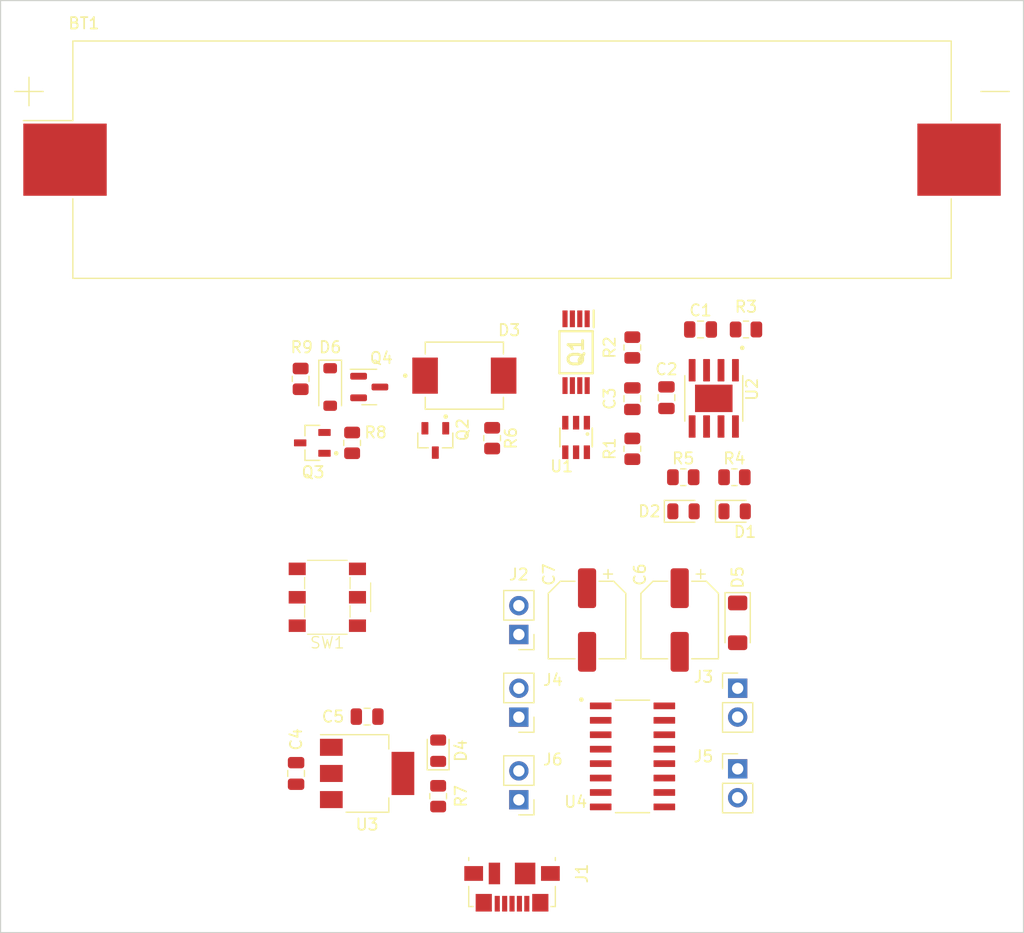
<source format=kicad_pcb>
(kicad_pcb (version 20221018) (generator pcbnew)
  (layers (0 "F.Cu" signal) (31 "B.Cu" signal) (34 "B.Paste" user) (35 "F.Paste" user) (36 "B.SilkS" user "B.Silkscreen") (37 "F.SilkS" user "F.Silkscreen") (38 "B.Mask" user) (39 "F.Mask" user) (44 "Edge.Cuts" user))
  (net 0 "")
  (net 1 "+BATT")
  (net 2 "-BATT")
  (net 3 "VBUS")
  (net 4 "GND")
  (net 5 "Net-(U1-VCC)")
  (net 6 "/Power/Vin")
  (net 7 "+3V3")
  (net 8 "Net-(D1-K)")
  (net 9 "Net-(D2-K)")
  (net 10 "Net-(D4-K)")
  (net 11 "Net-(SW1-B)")
  (net 15 "/Motores/OUT_A1")
  (net 16 "/Motores/OUT_B1")
  (net 17 "/Motores/IN_B1")
  (net 18 "/Motores/IN_A1")
  (net 19 "/Motores/OUT_A2")
  (net 20 "/Motores/OUT_B2")
  (net 21 "/Motores/IN_B2")
  (net 22 "/Motores/IN_A2")
  (net 23 "Net-(Q1-D12_1)")
  (net 24 "Net-(Q1-G1)")
  (net 25 "Net-(Q1-G2)")
  (net 26 "Net-(U1-CS)")
  (net 27 "Net-(U2-PROG)")
  (net 28 "Net-(U2-~{CHRG})")
  (net 29 "Net-(U2-~{STDBY})")
  (net 32 "Net-(BT1-+)")
  (net 33 "Net-(D6-K)")
  (net 34 "Net-(Q4-C)")
  (footprint "LED_SMD:LED_0805_2012Metric" (layer "F.Cu") (at 137.5 135 90)
    (fp_text reference "D4" (at 0 2 90) (layer "F.SilkS"))
    (fp_text value "LED RED")
    (fp_line (start -1.685 -0.96) (end -1.685 0.96) (stroke (width 0.12)) (layer "F.SilkS"))
    (fp_line (start -1.685 0.96) (end 1 0.96) (stroke (width 0.12)) (layer "F.SilkS"))
    (fp_line (start 1 -0.96) (end -1.685 -0.96) (stroke (width 0.12)) (layer "F.SilkS"))
    (pad "1" smd roundrect (at -0.9375 0 90) (size 0.975 1.4) (layers "F.Cu" "F.Paste" "F.Mask") (net 10 "Net-(D4-K)"))
    (pad "2" smd roundrect (at 0.9375 0 90) (size 0.975 1.4) (layers "F.Cu" "F.Paste" "F.Mask") (net 7 "+3V3"))
  )
  (footprint "Connector_PinHeader_2.54mm:PinHeader_1x02_P2.54mm_Vertical" (layer "F.Cu") (at 144.6 124.775 180)
    (fp_text reference "J2" (at 0 5.275) (layer "F.SilkS"))
    (fp_text value "Conn_01x02")
    (fp_line (start -1.33 -1.33) (end 0 -1.33) (stroke (width 0.12)) (layer "F.SilkS"))
    (fp_line (start -1.33 0) (end -1.33 -1.33) (stroke (width 0.12)) (layer "F.SilkS"))
    (fp_line (start -1.33 1.27) (end -1.33 3.87) (stroke (width 0.12)) (layer "F.SilkS"))
    (fp_line (start -1.33 1.27) (end 1.33 1.27) (stroke (width 0.12)) (layer "F.SilkS"))
    (fp_line (start -1.33 3.87) (end 1.33 3.87) (stroke (width 0.12)) (layer "F.SilkS"))
    (fp_line (start 1.33 1.27) (end 1.33 3.87) (stroke (width 0.12)) (layer "F.SilkS"))
    (pad "1" thru_hole rect (at 0 0 180) (size 1.7 1.7) (drill 1) (layers "*.Cu" "*.Mask") (net 4 "GND"))
    (pad "2" thru_hole oval (at 0 2.54 180) (size 1.7 1.7) (drill 1) (layers "*.Cu" "*.Mask") (net 7 "+3V3"))
  )
  (footprint "Footprint_lib_user:DW01A" (layer "F.Cu") (at 149.635 107.438 180)
    (fp_text reference "U1" (at 1.27 -2.54) (layer "F.SilkS"))
    (fp_text value "DW01A")
    (fp_line (start -1.422 0.81) (end -1.422 -0.81) (stroke (width 0.1524)) (layer "F.SilkS"))
    (fp_line (start 1.422 -0.81) (end 1.422 0.81) (stroke (width 0.1524)) (layer "F.SilkS"))
    (fp_circle (center -1 0.3) (end -0.9 0.3) (stroke (width 0.127)) (fill none) (layer "F.SilkS"))
    (pad "1" smd rect (at -0.95 1.3 180) (size 0.55 1.2) (layers "F.Cu" "F.Paste" "F.Mask") (net 24 "Net-(Q1-G1)"))
    (pad "2" smd rect (at 0 1.3 180) (size 0.55 1.2) (layers "F.Cu" "F.Paste" "F.Mask") (net 26 "Net-(U1-CS)"))
    (pad "3" smd rect (at 0.95 1.3 180) (size 0.55 1.2) (layers "F.Cu" "F.Paste" "F.Mask") (net 25 "Net-(Q1-G2)"))
    (pad "4" smd rect (at 0.95 -1.3 180) (size 0.55 1.2) (layers "F.Cu" "F.Paste" "F.Mask"))
    (pad "5" smd rect (at 0 -1.3 180) (size 0.55 1.2) (layers "F.Cu" "F.Paste" "F.Mask") (net 5 "Net-(U1-VCC)"))
    (pad "6" smd rect (at -0.95 -1.3 180) (size 0.55 1.2) (layers "F.Cu" "F.Paste" "F.Mask") (net 2 "-BATT"))
  )
  (footprint "Resistor_SMD:R_0805_2012Metric" (layer "F.Cu") (at 154.585 108.438 90)
    (fp_text reference "R1" (at 0 -2 90) (layer "F.SilkS"))
    (fp_text value "100")
    (fp_line (start -0.227064 -0.735) (end 0.227064 -0.735) (stroke (width 0.12)) (layer "F.SilkS"))
    (fp_line (start -0.227064 0.735) (end 0.227064 0.735) (stroke (width 0.12)) (layer "F.SilkS"))
    (pad "1" smd roundrect (at -0.9125 0 90) (size 1.025 1.4) (layers "F.Cu" "F.Paste" "F.Mask") (roundrect_rratio 0.243902) (net 1 "+BATT"))
    (pad "2" smd roundrect (at 0.9125 0 90) (size 1.025 1.4) (layers "F.Cu" "F.Paste" "F.Mask") (roundrect_rratio 0.243902) (net 5 "Net-(U1-VCC)"))
  )
  (footprint "Resistor_SMD:R_0805_2012Metric" (layer "F.Cu") (at 164.585 97.938 180)
    (fp_text reference "R3" (at 0 2) (layer "F.SilkS"))
    (fp_text value "1.2K")
    (fp_line (start -0.227064 -0.735) (end 0.227064 -0.735) (stroke (width 0.12)) (layer "F.SilkS"))
    (fp_line (start -0.227064 0.735) (end 0.227064 0.735) (stroke (width 0.12)) (layer "F.SilkS"))
    (pad "1" smd roundrect (at -0.9125 0 180) (size 1.025 1.4) (layers "F.Cu" "F.Paste" "F.Mask") (roundrect_rratio 0.243902) (net 4 "GND"))
    (pad "2" smd roundrect (at 0.9125 0 180) (size 1.025 1.4) (layers "F.Cu" "F.Paste" "F.Mask") (roundrect_rratio 0.243902) (net 27 "Net-(U2-PROG)"))
  )
  (footprint "Capacitor_SMD:C_0805_2012Metric" (layer "F.Cu") (at 157.585 103.938 90)
    (fp_text reference "C2" (at 2.5 0) (layer "F.SilkS"))
    (fp_text value "10uF")
    (fp_line (start -0.261252 -0.735) (end 0.261252 -0.735) (stroke (width 0.12)) (layer "F.SilkS"))
    (fp_line (start -0.261252 0.735) (end 0.261252 0.735) (stroke (width 0.12)) (layer "F.SilkS"))
    (pad "1" smd roundrect (at -0.95 0 90) (size 1 1.45) (layers "F.Cu" "F.Paste" "F.Mask") (net 1 "+BATT"))
    (pad "2" smd roundrect (at 0.95 0 90) (size 1 1.45) (layers "F.Cu" "F.Paste" "F.Mask") (net 4 "GND"))
  )
  (footprint "Resistor_SMD:R_0805_2012Metric" (layer "F.Cu") (at 137.5 139 -90)
    (fp_text reference "R7" (at 0 -2 90) (layer "F.SilkS"))
    (fp_text value "1K")
    (fp_line (start -0.227064 -0.735) (end 0.227064 -0.735) (stroke (width 0.12)) (layer "F.SilkS"))
    (fp_line (start -0.227064 0.735) (end 0.227064 0.735) (stroke (width 0.12)) (layer "F.SilkS"))
    (pad "1" smd roundrect (at -0.9125 0 270) (size 1.025 1.4) (layers "F.Cu" "F.Paste" "F.Mask") (roundrect_rratio 0.243902) (net 10 "Net-(D4-K)"))
    (pad "2" smd roundrect (at 0.9125 0 270) (size 1.025 1.4) (layers "F.Cu" "F.Paste" "F.Mask") (roundrect_rratio 0.243902) (net 4 "GND"))
  )
  (footprint "Diode_SMD:D_SOD-123" (layer "F.Cu") (at 128 103 -90)
    (fp_text reference "D6" (at -3.5 0) (layer "F.SilkS"))
    (fp_text value "1N4148W")
    (fp_line (start -2.36 -1) (end -2.36 1) (stroke (width 0.12)) (layer "F.SilkS"))
    (fp_line (start -2.36 -1) (end 1.65 -1) (stroke (width 0.12)) (layer "F.SilkS"))
    (fp_line (start -2.36 1) (end 1.65 1) (stroke (width 0.12)) (layer "F.SilkS"))
    (pad "1" smd roundrect (at -1.65 0 270) (size 0.9 1.2) (layers "F.Cu" "F.Paste" "F.Mask") (net 33 "Net-(D6-K)"))
    (pad "2" smd roundrect (at 1.65 0 270) (size 0.9 1.2) (layers "F.Cu" "F.Paste" "F.Mask") (net 2 "-BATT"))
  )
  (footprint "Resistor_SMD:R_0805_2012Metric" (layer "F.Cu") (at 159.065 110.938)
    (fp_text reference "R5" (at 0 -1.65) (layer "F.SilkS"))
    (fp_text value "1K")
    (fp_line (start -0.227064 -0.735) (end 0.227064 -0.735) (stroke (width 0.12)) (layer "F.SilkS"))
    (fp_line (start -0.227064 0.735) (end 0.227064 0.735) (stroke (width 0.12)) (layer "F.SilkS"))
    (pad "1" smd roundrect (at -0.9125 0) (size 1.025 1.4) (layers "F.Cu" "F.Paste" "F.Mask") (roundrect_rratio 0.243902) (net 29 "Net-(U2-~{STDBY})"))
    (pad "2" smd roundrect (at 0.9125 0) (size 1.025 1.4) (layers "F.Cu" "F.Paste" "F.Mask") (roundrect_rratio 0.243902) (net 9 "Net-(D2-K)"))
  )
  (footprint "Connector_PinHeader_2.54mm:PinHeader_1x02_P2.54mm_Vertical" (layer "F.Cu") (at 163.85 129.5)
    (fp_text reference "J3" (at -3 -1) (layer "F.SilkS"))
    (fp_text value "MOT_1")
    (fp_line (start -1.33 -1.33) (end 0 -1.33) (stroke (width 0.12)) (layer "F.SilkS"))
    (fp_line (start -1.33 0) (end -1.33 -1.33) (stroke (width 0.12)) (layer "F.SilkS"))
    (fp_line (start -1.33 1.27) (end -1.33 3.87) (stroke (width 0.12)) (layer "F.SilkS"))
    (fp_line (start -1.33 1.27) (end 1.33 1.27) (stroke (width 0.12)) (layer "F.SilkS"))
    (fp_line (start -1.33 3.87) (end 1.33 3.87) (stroke (width 0.12)) (layer "F.SilkS"))
    (fp_line (start 1.33 1.27) (end 1.33 3.87) (stroke (width 0.12)) (layer "F.SilkS"))
    (pad "1" thru_hole rect (at 0 0) (size 1.7 1.7) (drill 1) (layers "*.Cu" "*.Mask") (net 15 "/Motores/OUT_A1"))
    (pad "2" thru_hole oval (at 0 2.54) (size 1.7 1.7) (drill 1) (layers "*.Cu" "*.Mask") (net 16 "/Motores/OUT_B1"))
  )
  (footprint "Resistor_SMD:R_0805_2012Metric" (layer "F.Cu") (at 154.585 99.5255 90)
    (fp_text reference "R2" (at 0 -2 90) (layer "F.SilkS"))
    (fp_text value "1K")
    (fp_line (start -0.227064 -0.735) (end 0.227064 -0.735) (stroke (width 0.12)) (layer "F.SilkS"))
    (fp_line (start -0.227064 0.735) (end 0.227064 0.735) (stroke (width 0.12)) (layer "F.SilkS"))
    (pad "1" smd roundrect (at -0.9125 0 90) (size 1.025 1.4) (layers "F.Cu" "F.Paste" "F.Mask") (roundrect_rratio 0.243902) (net 26 "Net-(U1-CS)"))
    (pad "2" smd roundrect (at 0.9125 0 90) (size 1.025 1.4) (layers "F.Cu" "F.Paste" "F.Mask") (roundrect_rratio 0.243902) (net 4 "GND"))
  )
  (footprint "LED_SMD:LED_0805_2012Metric" (layer "F.Cu") (at 159.085 113.938)
    (fp_text reference "D2" (at -3 0) (layer "F.SilkS"))
    (fp_text value "LED GREEN")
    (fp_line (start -1.685 -0.96) (end -1.685 0.96) (stroke (width 0.12)) (layer "F.SilkS"))
    (fp_line (start -1.685 0.96) (end 1 0.96) (stroke (width 0.12)) (layer "F.SilkS"))
    (fp_line (start 1 -0.96) (end -1.685 -0.96) (stroke (width 0.12)) (layer "F.SilkS"))
    (pad "1" smd roundrect (at -0.9375 0) (size 0.975 1.4) (layers "F.Cu" "F.Paste" "F.Mask") (net 9 "Net-(D2-K)"))
    (pad "2" smd roundrect (at 0.9375 0) (size 0.975 1.4) (layers "F.Cu" "F.Paste" "F.Mask") (net 3 "VBUS"))
  )
  (footprint "Diode_SMD:D_MiniMELF" (layer "F.Cu") (at 163.85 123.75 -90)
    (fp_text reference "D5" (at -4 0 90) (layer "F.SilkS"))
    (fp_text value "BZV55B5V1")
    (fp_line (start -2.66 -1.11) (end -2.66 1.11) (stroke (width 0.12)) (layer "F.SilkS"))
    (fp_line (start -2.66 1.11) (end 1.75 1.11) (stroke (width 0.12)) (layer "F.SilkS"))
    (fp_line (start 1.75 -1.11) (end -2.66 -1.11) (stroke (width 0.12)) (layer "F.SilkS"))
    (pad "1" smd roundrect (at -1.75 0 270) (size 1.3 1.7) (layers "F.Cu" "F.Paste" "F.Mask") (roundrect_rratio 0.1923076923) (net 7 "+3V3"))
    (pad "2" smd roundrect (at 1.75 0 270) (size 1.3 1.7) (layers "F.Cu" "F.Paste" "F.Mask") (roundrect_rratio 0.1923076923) (net 4 "GND"))
  )
  (footprint "Capacitor_SMD:C_0805_2012Metric" (layer "F.Cu") (at 154.585 104.0255 -90)
    (fp_text reference "C3" (at 0 2 90) (layer "F.SilkS"))
    (fp_text value "100nF")
    (fp_line (start -0.261252 -0.735) (end 0.261252 -0.735) (stroke (width 0.12)) (layer "F.SilkS"))
    (fp_line (start -0.261252 0.735) (end 0.261252 0.735) (stroke (width 0.12)) (layer "F.SilkS"))
    (pad "1" smd roundrect (at -0.95 0 270) (size 1 1.45) (layers "F.Cu" "F.Paste" "F.Mask") (net 5 "Net-(U1-VCC)"))
    (pad "2" smd roundrect (at 0.95 0 270) (size 1 1.45) (layers "F.Cu" "F.Paste" "F.Mask") (net 2 "-BATT"))
  )
  (footprint "Connector_PinHeader_2.54mm:PinHeader_1x02_P2.54mm_Vertical" (layer "F.Cu") (at 144.6 139.315 180)
    (fp_text reference "J6" (at -3 3.54) (layer "F.SilkS"))
    (fp_text value "H2")
    (fp_line (start -1.33 -1.33) (end 0 -1.33) (stroke (width 0.12)) (layer "F.SilkS"))
    (fp_line (start -1.33 0) (end -1.33 -1.33) (stroke (width 0.12)) (layer "F.SilkS"))
    (fp_line (start -1.33 1.27) (end -1.33 3.87) (stroke (width 0.12)) (layer "F.SilkS"))
    (fp_line (start -1.33 1.27) (end 1.33 1.27) (stroke (width 0.12)) (layer "F.SilkS"))
    (fp_line (start -1.33 3.87) (end 1.33 3.87) (stroke (width 0.12)) (layer "F.SilkS"))
    (fp_line (start 1.33 1.27) (end 1.33 3.87) (stroke (width 0.12)) (layer "F.SilkS"))
    (pad "1" thru_hole rect (at 0 0 180) (size 1.7 1.7) (drill 1) (layers "*.Cu" "*.Mask") (net 21 "/Motores/IN_B2"))
    (pad "2" thru_hole oval (at 0 2.54 180) (size 1.7 1.7) (drill 1) (layers "*.Cu" "*.Mask") (net 22 "/Motores/IN_A2"))
  )
  (footprint "Connector_PinHeader_2.54mm:PinHeader_1x02_P2.54mm_Vertical" (layer "F.Cu") (at 144.6 132.045 180)
    (fp_text reference "J4" (at -3 3.27) (layer "F.SilkS"))
    (fp_text value "H1")
    (fp_line (start -1.33 -1.33) (end 0 -1.33) (stroke (width 0.12)) (layer "F.SilkS"))
    (fp_line (start -1.33 0) (end -1.33 -1.33) (stroke (width 0.12)) (layer "F.SilkS"))
    (fp_line (start -1.33 1.27) (end -1.33 3.87) (stroke (width 0.12)) (layer "F.SilkS"))
    (fp_line (start -1.33 1.27) (end 1.33 1.27) (stroke (width 0.12)) (layer "F.SilkS"))
    (fp_line (start -1.33 3.87) (end 1.33 3.87) (stroke (width 0.12)) (layer "F.SilkS"))
    (fp_line (start 1.33 1.27) (end 1.33 3.87) (stroke (width 0.12)) (layer "F.SilkS"))
    (pad "1" thru_hole rect (at 0 0 180) (size 1.7 1.7) (drill 1) (layers "*.Cu" "*.Mask") (net 17 "/Motores/IN_B1"))
    (pad "2" thru_hole oval (at 0 2.54 180) (size 1.7 1.7) (drill 1) (layers "*.Cu" "*.Mask") (net 18 "/Motores/IN_A1"))
  )
  (footprint "Resistor_SMD:R_0805_2012Metric" (layer "F.Cu") (at 129.93 107.915 -90)
    (fp_text reference "R8" (at -0.915 -2.07) (layer "F.SilkS"))
    (fp_text value "10K")
    (fp_line (start -0.227064 -0.735) (end 0.227064 -0.735) (stroke (width 0.12)) (layer "F.SilkS"))
    (fp_line (start -0.227064 0.735) (end 0.227064 0.735) (stroke (width 0.12)) (layer "F.SilkS"))
    (pad "1" smd roundrect (at -0.9125 0 270) (size 1.025 1.4) (layers "F.Cu" "F.Paste" "F.Mask") (roundrect_rratio 0.243902) (net 1 "+BATT"))
    (pad "2" smd roundrect (at 0.9125 0 270) (size 1.025 1.4) (layers "F.Cu" "F.Paste" "F.Mask") (roundrect_rratio 0.243902) (net 34 "Net-(Q4-C)"))
  )
  (footprint "Footprint_lib_user:DMP1045U" (layer "F.Cu") (at 137.25 107.7 -90)
    (fp_text reference "Q2" (at -0.95 -2.4064 90) (layer "F.SilkS"))
    (fp_text value "DMP1045U")
    (fp_line (start -0.65 -1.54) (end 0.65 -1.54) (stroke (width 0.127)) (layer "F.SilkS"))
    (fp_line (start -0.65 1.54) (end 0.65 1.54) (stroke (width 0.127)) (layer "F.SilkS"))
    (fp_line (start 0.65 -1.54) (end 0.65 -0.625) (stroke (width 0.127)) (layer "F.SilkS"))
    (fp_line (start 0.65 1.54) (end 0.65 0.625) (stroke (width 0.127)) (layer "F.SilkS"))
    (fp_circle (center -2.1 -0.915) (end -2 -0.915) (stroke (width 0.2)) (fill none) (layer "F.SilkS"))
    (pad "1" smd roundrect (at -1.07 -0.915 270) (size 1.09 0.61) (layers "F.Cu" "F.Paste" "F.Mask") (roundrect_rratio 0.08) (net 3 "VBUS"))
    (pad "2" smd roundrect (at -1.07 0.915 270) (size 1.09 0.61) (layers "F.Cu" "F.Paste" "F.Mask") (roundrect_rratio 0.08) (net 11 "Net-(SW1-B)"))
    (pad "3" smd roundrect (at 1.07 0 270) (size 1.09 0.61) (layers "F.Cu" "F.Paste" "F.Mask") (roundrect_rratio 0.08) (net 1 "+BATT"))
  )
  (footprint "Connector_USB:USB_Micro-B_Molex_47346-0001" (layer "F.Cu") (at 144 147 180)
    (fp_text reference "J1" (at -6.15 1.2 90) (layer "F.SilkS"))
    (fp_text value "USB_B_Micro")
    (fp_line (start -3.81 -1.71) (end -3.43 -1.71) (stroke (width 0.12)) (layer "F.SilkS"))
    (fp_line (start -3.81 0.06) (end -3.81 -1.71) (stroke (width 0.12)) (layer "F.SilkS"))
    (fp_line (start -3.81 2.6) (end -3.81 2.34) (stroke (width 0.12)) (layer "F.SilkS"))
    (fp_line (start 3.81 -1.71) (end 3.43 -1.71) (stroke (width 0.12)) (layer "F.SilkS"))
    (fp_line (start 3.81 -1.71) (end 3.81 0.06) (stroke (width 0.12)) (layer "F.SilkS"))
    (fp_line (start 3.81 2.34) (end 3.81 2.6) (stroke (width 0.12)) (layer "F.SilkS"))
    (pad "1" smd rect (at -1.3 -1.46 180) (size 0.45 1.38) (layers "F.Cu" "F.Paste" "F.Mask") (net 3 "VBUS"))
    (pad "2" smd rect (at -0.65 -1.46 180) (size 0.45 1.38) (layers "F.Cu" "F.Paste" "F.Mask"))
    (pad "3" smd rect (at 0 -1.46 180) (size 0.45 1.38) (layers "F.Cu" "F.Paste" "F.Mask"))
    (pad "4" smd rect (at 0.65 -1.46 180) (size 0.45 1.38) (layers "F.Cu" "F.Paste" "F.Mask"))
    (pad "5" smd rect (at 1.3 -1.46 180) (size 0.45 1.38) (layers "F.Cu" "F.Paste" "F.Mask") (net 4 "GND"))
    (pad "6" smd rect (at -3.375 1.2 180) (size 1.65 1.3) (layers "F.Cu" "F.Paste" "F.Mask") (net 4 "GND"))
    (pad "6" smd rect (at -2.4875 -1.375 180) (size 1.425 1.55) (layers "F.Cu" "F.Paste" "F.Mask") (net 4 "GND"))
    (pad "6" smd rect (at -1.15 1.2 180) (size 1.8 1.9) (layers "F.Cu" "F.Paste" "F.Mask") (net 4 "GND"))
    (pad "6" smd rect (at 1.55 1.2 180) (size 1 1.9) (layers "F.Cu" "F.Paste" "F.Mask") (net 4 "GND"))
    (pad "6" smd rect (at 2.4875 -1.375 180) (size 1.425 1.55) (layers "F.Cu" "F.Paste" "F.Mask") (net 4 "GND"))
    (pad "6" smd rect (at 3.375 1.2 180) (size 1.65 1.3) (layers "F.Cu" "F.Paste" "F.Mask") (net 4 "GND"))
  )
  (footprint "Capacitor_SMD:CP_Elec_6.3x5.9" (layer "F.Cu") (at 150.6 123.5 -90)
    (fp_text reference "C7" (at -4 3.35 90) (layer "F.SilkS"))
    (fp_text value "C_Pol")
    (fp_line (start -4.4375 -1.8475) (end -3.65 -1.8475) (stroke (width 0.12)) (layer "F.SilkS"))
    (fp_line (start -4.04375 -2.24125) (end -4.04375 -1.45375) (stroke (width 0.12)) (layer "F.SilkS"))
    (fp_line (start -3.41 -2.345563) (end -3.41 -1.06) (stroke (width 0.12)) (layer "F.SilkS"))
    (fp_line (start -3.41 -2.345563) (end -2.345563 -3.41) (stroke (width 0.12)) (layer "F.SilkS"))
    (fp_line (start -3.41 2.345563) (end -3.41 1.06) (stroke (width 0.12)) (layer "F.SilkS"))
    (fp_line (start -3.41 2.345563) (end -2.345563 3.41) (stroke (width 0.12)) (layer "F.SilkS"))
    (fp_line (start -2.345563 -3.41) (end 3.41 -3.41) (stroke (width 0.12)) (layer "F.SilkS"))
    (fp_line (start -2.345563 3.41) (end 3.41 3.41) (stroke (width 0.12)) (layer "F.SilkS"))
    (fp_line (start 3.41 -3.41) (end 3.41 -1.06) (stroke (width 0.12)) (layer "F.SilkS"))
    (fp_line (start 3.41 3.41) (end 3.41 1.06) (stroke (width 0.12)) (layer "F.SilkS"))
    (pad "1" smd roundrect (at -2.8 0 270) (size 3.5 1.6) (layers "F.Cu" "F.Paste" "F.Mask") (roundrect_rratio 0.15625) (net 7 "+3V3"))
    (pad "2" smd roundrect (at 2.8 0 270) (size 3.5 1.6) (layers "F.Cu" "F.Paste" "F.Mask") (roundrect_rratio 0.15625) (net 4 "GND"))
  )
  (footprint "Footprint_lib_user:MX1508" (layer "F.Cu") (at 154.6 135.5)
    (fp_text reference "U4" (at -5 4) (layer "F.SilkS"))
    (fp_text value "MX1508")
    (fp_line (start -1.5 -4.95) (end 1.5 -4.95) (stroke (width 0.127)) (layer "F.SilkS"))
    (fp_line (start -1.5 4.95) (end 1.5 4.95) (stroke (width 0.127)) (layer "F.SilkS"))
    (fp_circle (center -4.5 -5) (end -4.4 -5) (stroke (width 0.2)) (fill none) (layer "F.SilkS"))
    (pad "1" smd roundrect (at -2.8 -4.445) (size 1.9 0.59) (layers "F.Cu" "F.Paste" "F.Mask") (roundrect_rratio 0.07) (net 7 "+3V3"))
    (pad "2" smd roundrect (at -2.8 -3.175) (size 1.9 0.59) (layers "F.Cu" "F.Paste" "F.Mask") (roundrect_rratio 0.07) (net 18 "/Motores/IN_A1"))
    (pad "3" smd roundrect (at -2.8 -1.905) (size 1.9 0.59) (layers "F.Cu" "F.Paste" "F.Mask") (roundrect_rratio 0.07) (net 17 "/Motores/IN_B1"))
    (pad "4" smd roundrect (at -2.8 -0.635) (size 1.9 0.59) (layers "F.Cu" "F.Paste" "F.Mask") (roundrect_rratio 0.07) (net 7 "+3V3"))
    (pad "5" smd roundrect (at -2.8 0.635) (size 1.9 0.59) (layers "F.Cu" "F.Paste" "F.Mask") (roundrect_rratio 0.07) (net 7 "+3V3"))
    (pad "6" smd roundrect (at -2.8 1.905) (size 1.9 0.59) (layers "F.Cu" "F.Paste" "F.Mask") (roundrect_rratio 0.07) (net 22 "/Motores/IN_A2"))
    (pad "7" smd roundrect (at -2.8 3.175) (size 1.9 0.59) (layers "F.Cu" "F.Paste" "F.Mask") (roundrect_rratio 0.07) (net 21 "/Motores/IN_B2"))
    (pad "8" smd roundrect (at -2.8 4.445) (size 1.9 0.59) (layers "F.Cu" "F.Paste" "F.Mask") (roundrect_rratio 0.07) (net 7 "+3V3"))
    (pad "9" smd roundrect (at 2.8 4.445) (size 1.9 0.59) (layers "F.Cu" "F.Paste" "F.Mask") (roundrect_rratio 0.07) (net 20 "/Motores/OUT_B2"))
    (pad "10" smd roundrect (at 2.8 3.175) (size 1.9 0.59) (layers "F.Cu" "F.Paste" "F.Mask") (roundrect_rratio 0.07) (net 4 "GND"))
    (pad "11" smd roundrect (at 2.8 1.905) (size 1.9 0.59) (layers "F.Cu" "F.Paste" "F.Mask") (roundrect_rratio 0.07) (net 4 "GND"))
    (pad "12" smd roundrect (at 2.8 0.635) (size 1.9 0.59) (layers "F.Cu" "F.Paste" "F.Mask") (roundrect_rratio 0.07) (net 19 "/Motores/OUT_A2"))
    (pad "13" smd roundrect (at 2.8 -0.635) (size 1.9 0.59) (layers "F.Cu" "F.Paste" "F.Mask") (roundrect_rratio 0.07) (net 16 "/Motores/OUT_B1"))
    (pad "14" smd roundrect (at 2.8 -1.905) (size 1.9 0.59) (layers "F.Cu" "F.Paste" "F.Mask") (roundrect_rratio 0.07) (net 4 "GND"))
    (pad "15" smd roundrect (at 2.8 -3.175) (size 1.9 0.59) (layers "F.Cu" "F.Paste" "F.Mask") (roundrect_rratio 0.07) (net 4 "GND"))
    (pad "16" smd roundrect (at 2.8 -4.445) (size 1.9 0.59) (layers "F.Cu" "F.Paste" "F.Mask") (roundrect_rratio 0.07) (net 15 "/Motores/OUT_A1"))
  )
  (footprint "Capacitor_SMD:C_0805_2012Metric" (layer "F.Cu") (at 125 137 90)
    (fp_text reference "C4" (at 3 0 90) (layer "F.SilkS"))
    (fp_text value "10uF")
    (fp_line (start -0.261252 -0.735) (end 0.261252 -0.735) (stroke (width 0.12)) (layer "F.SilkS"))
    (fp_line (start -0.261252 0.735) (end 0.261252 0.735) (stroke (width 0.12)) (layer "F.SilkS"))
    (pad "1" smd roundrect (at -0.95 0 90) (size 1 1.45) (layers "F.Cu" "F.Paste" "F.Mask") (net 6 "/Power/Vin"))
    (pad "2" smd roundrect (at 0.95 0 90) (size 1 1.45) (layers "F.Cu" "F.Paste" "F.Mask") (net 4 "GND"))
  )
  (footprint "Footprint_lib_user:DMP1045U" (layer "F.Cu") (at 126.43 107.915 180)
    (fp_text reference "Q3" (at -0.07 -2.585) (layer "F.SilkS"))
    (fp_text value "DMP1045U")
    (fp_line (start -0.65 -1.54) (end 0.65 -1.54) (stroke (width 0.127)) (layer "F.SilkS"))
    (fp_line (start -0.65 1.54) (end 0.65 1.54) (stroke (width 0.127)) (layer "F.SilkS"))
    (fp_line (start 0.65 -1.54) (end 0.65 -0.625) (stroke (width 0.127)) (layer "F.SilkS"))
    (fp_line (start 0.65 1.54) (end 0.65 0.625) (stroke (width 0.127)) (layer "F.SilkS"))
    (fp_circle (center -2.1 -0.915) (end -2 -0.915) (stroke (width 0.2)) (fill none) (layer "F.SilkS"))
    (pad "1" smd roundrect (at -1.07 -0.915 180) (size 1.09 0.61) (layers "F.Cu" "F.Paste" "F.Mask") (roundrect_rratio 0.08) (net 34 "Net-(Q4-C)"))
    (pad "2" smd roundrect (at -1.07 0.915 180) (size 1.09 0.61) (layers "F.Cu" "F.Paste" "F.Mask") (roundrect_rratio 0.08) (net 1 "+BATT"))
    (pad "3" smd roundrect (at 1.07 0 180) (size 1.09 0.61) (layers "F.Cu" "F.Paste" "F.Mask") (roundrect_rratio 0.08) (net 32 "Net-(BT1-+)"))
  )
  (footprint "Resistor_SMD:R_0805_2012Metric" (layer "F.Cu") (at 163.565 110.938)
    (fp_text reference "R4" (at 0 -1.65) (layer "F.SilkS"))
    (fp_text value "1K")
    (fp_line (start -0.227064 -0.735) (end 0.227064 -0.735) (stroke (width 0.12)) (layer "F.SilkS"))
    (fp_line (start -0.227064 0.735) (end 0.227064 0.735) (stroke (width 0.12)) (layer "F.SilkS"))
    (pad "1" smd roundrect (at -0.9125 0) (size 1.025 1.4) (layers "F.Cu" "F.Paste" "F.Mask") (roundrect_rratio 0.243902) (net 28 "Net-(U2-~{CHRG})"))
    (pad "2" smd roundrect (at 0.9125 0) (size 1.025 1.4) (layers "F.Cu" "F.Paste" "F.Mask") (roundrect_rratio 0.243902) (net 8 "Net-(D1-K)"))
  )
  (footprint "Footprint_lib_user:TP4056" (layer "F.Cu") (at 161.75 104 -90)
    (fp_text reference "U2" (at -0.795 -3.362 90) (layer "F.SilkS"))
    (fp_text value "TP4056")
    (fp_line (start -2 -2.55) (end 2 -2.55) (stroke (width 0.127)) (layer "F.SilkS"))
    (fp_line (start -2 2.55) (end 2 2.55) (stroke (width 0.127)) (layer "F.SilkS"))
    (fp_circle (center -4.445 -2.505) (end -4.345 -2.505) (stroke (width 0.2)) (fill none) (layer "F.SilkS"))
    (pad "1" smd roundrect (at -2.475 -1.905 270) (size 1.97 0.6) (layers "F.Cu" "F.Paste" "F.Mask") (roundrect_rratio 0.07) (net 4 "GND"))
    (pad "2" smd roundrect (at -2.475 -0.635 270) (size 1.97 0.6) (layers "F.Cu" "F.Paste" "F.Mask") (roundrect_rratio 0.07) (net 27 "Net-(U2-PROG)"))
    (pad "3" smd roundrect (at -2.475 0.635 270) (size 1.97 0.6) (layers "F.Cu" "F.Paste" "F.Mask") (roundrect_rratio 0.07) (net 4 "GND"))
    (pad "4" smd roundrect (at -2.475 1.905 270) (size 1.97 0.6) (layers "F.Cu" "F.Paste" "F.Mask") (roundrect_rratio 0.07) (net 3 "VBUS"))
    (pad "5" smd roundrect (at 2.475 1.905 270) (size 1.97 0.6) (layers "F.Cu" "F.Paste" "F.Mask") (roundrect_rratio 0.07) (net 1 "+BATT"))
    (pad "6" smd roundrect (at 2.475 0.635 270) (size 1.97 0.6) (layers "F.Cu" "F.Paste" "F.Mask") (roundrect_rratio 0.07) (net 29 "Net-(U2-~{STDBY})"))
    (pad "7" smd roundrect (at 2.475 -0.635 270) (size 1.97 0.6) (layers "F.Cu" "F.Paste" "F.Mask") (roundrect_rratio 0.07) (net 28 "Net-(U2-~{CHRG})"))
    (pad "8" smd roundrect (at 2.475 -1.905 270) (size 1.97 0.6) (layers "F.Cu" "F.Paste" "F.Mask") (roundrect_rratio 0.07) (net 3 "VBUS"))
    (pad "9" smd rect (at 0 0 270) (size 2.413 3.302) (layers "F.Cu" "F.Mask") (net 4 "GND"))
  )
  (footprint "Resistor_SMD:R_0805_2012Metric" (layer "F.Cu") (at 125.4 102.285 90)
    (fp_text reference "R9" (at 2.785 0.1) (layer "F.SilkS"))
    (fp_text value "10K")
    (fp_line (start -0.227064 -0.735) (end 0.227064 -0.735) (stroke (width 0.12)) (layer "F.SilkS"))
    (fp_line (start -0.227064 0.735) (end 0.227064 0.735) (stroke (width 0.12)) (layer "F.SilkS"))
    (pad "1" smd roundrect (at -0.9125 0 90) (size 1.025 1.4) (layers "F.Cu" "F.Paste" "F.Mask") (roundrect_rratio 0.243902) (net 32 "Net-(BT1-+)"))
    (pad "2" smd roundrect (at 0.9125 0 90) (size 1.025 1.4) (layers "F.Cu" "F.Paste" "F.Mask") (roundrect_rratio 0.243902) (net 33 "Net-(D6-K)"))
  )
  (footprint "LED_SMD:LED_0805_2012Metric" (layer "F.Cu") (at 163.585 113.938)
    (fp_text reference "D1" (at 0.915 1.812) (layer "F.SilkS"))
    (fp_text value "LED RED")
    (fp_line (start -1.685 -0.96) (end -1.685 0.96) (stroke (width 0.12)) (layer "F.SilkS"))
    (fp_line (start -1.685 0.96) (end 1 0.96) (stroke (width 0.12)) (layer "F.SilkS"))
    (fp_line (start 1 -0.96) (end -1.685 -0.96) (stroke (width 0.12)) (layer "F.SilkS"))
    (pad "1" smd roundrect (at -0.9375 0) (size 0.975 1.4) (layers "F.Cu" "F.Paste" "F.Mask") (net 8 "Net-(D1-K)"))
    (pad "2" smd roundrect (at 0.9375 0) (size 0.975 1.4) (layers "F.Cu" "F.Paste" "F.Mask") (net 3 "VBUS"))
  )
  (footprint "Capacitor_SMD:CP_Elec_6.3x5.9" (layer "F.Cu") (at 158.75 123.5 -90)
    (fp_text reference "C6" (at -4 3.5 90) (layer "F.SilkS"))
    (fp_text value "C_Pol")
    (fp_line (start -4.4375 -1.8475) (end -3.65 -1.8475) (stroke (width 0.12)) (layer "F.SilkS"))
    (fp_line (start -4.04375 -2.24125) (end -4.04375 -1.45375) (stroke (width 0.12)) (layer "F.SilkS"))
    (fp_line (start -3.41 -2.345563) (end -3.41 -1.06) (stroke (width 0.12)) (layer "F.SilkS"))
    (fp_line (start -3.41 -2.345563) (end -2.345563 -3.41) (stroke (width 0.12)) (layer "F.SilkS"))
    (fp_line (start -3.41 2.345563) (end -3.41 1.06) (stroke (width 0.12)) (layer "F.SilkS"))
    (fp_line (start -3.41 2.345563) (end -2.345563 3.41) (stroke (width 0.12)) (layer "F.SilkS"))
    (fp_line (start -2.345563 -3.41) (end 3.41 -3.41) (stroke (width 0.12)) (layer "F.SilkS"))
    (fp_line (start -2.345563 3.41) (end 3.41 3.41) (stroke (width 0.12)) (layer "F.SilkS"))
    (fp_line (start 3.41 -3.41) (end 3.41 -1.06) (stroke (width 0.12)) (layer "F.SilkS"))
    (fp_line (start 3.41 3.41) (end 3.41 1.06) (stroke (width 0.12)) (layer "F.SilkS"))
    (pad "1" smd roundrect (at -2.8 0 270) (size 3.5 1.6) (layers "F.Cu" "F.Paste" "F.Mask") (roundrect_rratio 0.15625) (net 7 "+3V3"))
    (pad "2" smd roundrect (at 2.8 0 270) (size 3.5 1.6) (layers "F.Cu" "F.Paste" "F.Mask") (roundrect_rratio 0.15625) (net 4 "GND"))
  )
  (footprint "Package_TO_SOT_SMD:SOT-23" (layer "F.Cu") (at 131.4375 103)
    (fp_text reference "Q4" (at 1.0625 -2.55) (layer "F.SilkS"))
    (fp_text value "MMBT2222A")
    (fp_line (start 0 -1.56) (end -1.675 -1.56) (stroke (width 0.12)) (layer "F.SilkS"))
    (fp_line (start 0 -1.56) (end 0.65 -1.56) (stroke (width 0.12)) (layer "F.SilkS"))
    (fp_line (start 0 1.56) (end -0.65 1.56) (stroke (width 0.12)) (layer "F.SilkS"))
    (fp_line (start 0 1.56) (end 0.65 1.56) (stroke (width 0.12)) (layer "F.SilkS"))
    (pad "1" smd roundrect (at -0.9375 -0.95) (size 1.475 0.6) (layers "F.Cu" "F.Paste" "F.Mask") (net 33 "Net-(D6-K)"))
    (pad "2" smd roundrect (at -0.9375 0.95) (size 1.475 0.6) (layers "F.Cu" "F.Paste" "F.Mask") (net 2 "-BATT"))
    (pad "3" smd roundrect (at 0.9375 0) (size 1.475 0.6) (layers "F.Cu" "F.Paste" "F.Mask") (net 34 "Net-(Q4-C)"))
  )
  (footprint "Capacitor_SMD:C_0805_2012Metric" (layer "F.Cu") (at 131.25 132 180)
    (fp_text reference "C5" (at 3 0) (layer "F.SilkS"))
    (fp_text value "10uF")
    (fp_line (start -0.261252 -0.735) (end 0.261252 -0.735) (stroke (width 0.12)) (layer "F.SilkS"))
    (fp_line (start -0.261252 0.735) (end 0.261252 0.735) (stroke (width 0.12)) (layer "F.SilkS"))
    (pad "1" smd roundrect (at -0.95 0 180) (size 1 1.45) (layers "F.Cu" "F.Paste" "F.Mask") (net 7 "+3V3"))
    (pad "2" smd roundrect (at 0.95 0 180) (size 1 1.45) (layers "F.Cu" "F.Paste" "F.Mask") (net 4 "GND"))
  )
  (footprint "Resistor_SMD:R_0805_2012Metric" (layer "F.Cu") (at 142.25 107.5 -90)
    (fp_text reference "R6" (at 0 -1.65 90) (layer "F.SilkS"))
    (fp_text value "10K")
    (fp_line (start -0.227064 -0.735) (end 0.227064 -0.735) (stroke (width 0.12)) (layer "F.SilkS"))
    (fp_line (start -0.227064 0.735) (end 0.227064 0.735) (stroke (width 0.12)) (layer "F.SilkS"))
    (pad "1" smd roundrect (at -0.9125 0 270) (size 1.025 1.4) (layers "F.Cu" "F.Paste" "F.Mask") (roundrect_rratio 0.243902) (net 3 "VBUS"))
    (pad "2" smd roundrect (at 0.9125 0 270) (size 1.025 1.4) (layers "F.Cu" "F.Paste" "F.Mask") (roundrect_rratio 0.243902) (net 4 "GND"))
  )
  (footprint "Footprint_lib_user:SS34" (layer "F.Cu") (at 139.805 102)
    (fp_text reference "D3" (at 3.945 -4) (layer "F.SilkS"))
    (fp_text value "SS34")
    (fp_line (start -3.4375 -2.95) (end -3.4375 -1.91) (stroke (width 0.127)) (layer "F.SilkS"))
    (fp_line (start -3.4375 1.91) (end -3.4375 2.95) (stroke (width 0.127)) (layer "F.SilkS"))
    (fp_line (start -3.4375 2.95) (end 3.4375 2.95) (stroke (width 0.127)) (layer "F.SilkS"))
    (fp_line (start 3.4375 -2.95) (end -3.4375 -2.95) (stroke (width 0.127)) (layer "F.SilkS"))
    (fp_line (start 3.4375 -1.91) (end 3.4375 -2.95) (stroke (width 0.127)) (layer "F.SilkS"))
    (fp_line (start 3.4375 2.95) (end 3.4375 1.91) (stroke (width 0.127)) (layer "F.SilkS"))
    (fp_circle (center -5.2 0) (end -5.1 0) (stroke (width 0.2)) (fill none) (layer "F.SilkS"))
    (pad "A" smd rect (at 3.455 0 180) (size 2.25 3.18) (layers "F.Cu" "F.Paste" "F.Mask") (net 3 "VBUS"))
    (pad "C" smd rect (at -3.455 0) (size 2.25 3.18) (layers "F.Cu" "F.Paste" "F.Mask") (net 11 "Net-(SW1-B)"))
  )
  (footprint "Package_TO_SOT_SMD:SOT-223-3_TabPin2" (layer "F.Cu") (at 131.25 137)
    (fp_text reference "U3" (at 0 4.5) (layer "F.SilkS"))
    (fp_text value "LM1117MP-3.3")
    (fp_line (start -4.1 -3.41) (end 1.91 -3.41) (stroke (width 0.12)) (layer "F.SilkS"))
    (fp_line (start -1.85 3.41) (end 1.91 3.41) (stroke (width 0.12)) (layer "F.SilkS"))
    (fp_line (start 1.91 -3.41) (end 1.91 -2.15) (stroke (width 0.12)) (layer "F.SilkS"))
    (fp_line (start 1.91 3.41) (end 1.91 2.15) (stroke (width 0.12)) (layer "F.SilkS"))
    (pad "1" smd rect (at -3.15 -2.3) (size 2 1.5) (layers "F.Cu" "F.Paste" "F.Mask") (net 4 "GND"))
    (pad "2" smd rect (at -3.15 0) (size 2 1.5) (layers "F.Cu" "F.Paste" "F.Mask") (net 7 "+3V3"))
    (pad "2" smd rect (at 3.15 0) (size 2 3.8) (layers "F.Cu" "F.Paste" "F.Mask") (net 7 "+3V3"))
    (pad "3" smd rect (at -3.15 2.3) (size 2 1.5) (layers "F.Cu" "F.Paste" "F.Mask") (net 6 "/Power/Vin"))
  )
  (footprint "Battery:BatteryHolder_Keystone_1042_1x18650" (layer "F.Cu") (at 144 83)
    (fp_text reference "BT1" (at -37.67 -12) (layer "F.SilkS"))
    (fp_text value "Battery")
    (fp_line (start -43.75 -6) (end -41.25 -6) (stroke (width 0.12)) (layer "F.SilkS"))
    (fp_line (start -42.5 -4.75) (end -42.5 -7.25) (stroke (width 0.12)) (layer "F.SilkS"))
    (fp_line (start -38.64 -10.44) (end -38.64 -3.44) (stroke (width 0.12)) (layer "F.SilkS"))
    (fp_line (start -38.64 -3.44) (end -43 -3.44) (stroke (width 0.12)) (layer "F.SilkS"))
    (fp_line (start -38.64 10.44) (end -38.64 3.44) (stroke (width 0.12)) (layer "F.SilkS"))
    (fp_line (start 38.64 -10.44) (end -38.64 -10.44) (stroke (width 0.12)) (layer "F.SilkS"))
    (fp_line (start 38.64 -3.44) (end 38.64 -10.42) (stroke (width 0.12)) (layer "F.SilkS"))
    (fp_line (start 38.64 3.44) (end 38.64 10.44) (stroke (width 0.12)) (layer "F.SilkS"))
    (fp_line (start 38.64 10.44) (end -38.64 10.44) (stroke (width 0.12)) (layer "F.SilkS"))
    (fp_line (start 43.75 -6) (end 41.25 -6) (stroke (width 0.12)) (layer "F.SilkS"))
    (pad "" np_thru_hole circle (at -35.93 -8) (size 2.39 2.39) (drill 2.39) (layers "*.Cu" "*.Mask"))
    (pad "" np_thru_hole circle (at -27.6 8) (size 3.45 3.45) (drill 3.45) (layers "*.Cu" "*.Mask"))
    (pad "" np_thru_hole circle (at 27.6 -8) (size 3.45 3.45) (drill 3.45) (layers "*.Cu" "*.Mask"))
    (pad "1" smd rect (at -39.33 0) (size 7.34 6.35) (layers "F.Cu" "F.Paste" "F.Mask") (net 32 "Net-(BT1-+)"))
    (pad "2" smd rect (at 39.33 0) (size 7.34 6.35) (layers "F.Cu" "F.Paste" "F.Mask") (net 2 "-BATT"))
  )
  (footprint "Connector_PinHeader_2.54mm:PinHeader_1x02_P2.54mm_Vertical" (layer "F.Cu") (at 163.85 136.595)
    (fp_text reference "J5" (at -3 -1.095) (layer "F.SilkS"))
    (fp_text value "MOT_2")
    (fp_line (start -1.33 -1.33) (end 0 -1.33) (stroke (width 0.12)) (layer "F.SilkS"))
    (fp_line (start -1.33 0) (end -1.33 -1.33) (stroke (width 0.12)) (layer "F.SilkS"))
    (fp_line (start -1.33 1.27) (end -1.33 3.87) (stroke (width 0.12)) (layer "F.SilkS"))
    (fp_line (start -1.33 1.27) (end 1.33 1.27) (stroke (width 0.12)) (layer "F.SilkS"))
    (fp_line (start -1.33 3.87) (end 1.33 3.87) (stroke (width 0.12)) (layer "F.SilkS"))
    (fp_line (start 1.33 1.27) (end 1.33 3.87) (stroke (width 0.12)) (layer "F.SilkS"))
    (pad "1" thru_hole rect (at 0 0) (size 1.7 1.7) (drill 1) (layers "*.Cu" "*.Mask") (net 19 "/Motores/OUT_A2"))
    (pad "2" thru_hole oval (at 0 2.54) (size 1.7 1.7) (drill 1) (layers "*.Cu" "*.Mask") (net 20 "/Motores/OUT_B2"))
  )
  (footprint "Capacitor_SMD:C_0805_2012Metric" (layer "F.Cu") (at 160.585 97.938)
    (fp_text reference "C1" (at 0 -1.68) (layer "F.SilkS"))
    (fp_text value "10uF")
    (fp_line (start -0.261252 -0.735) (end 0.261252 -0.735) (stroke (width 0.12)) (layer "F.SilkS"))
    (fp_line (start -0.261252 0.735) (end 0.261252 0.735) (stroke (width 0.12)) (layer "F.SilkS"))
    (pad "1" smd roundrect (at -0.95 0) (size 1 1.45) (layers "F.Cu" "F.Paste" "F.Mask") (net 3 "VBUS"))
    (pad "2" smd roundrect (at 0.95 0) (size 1 1.45) (layers "F.Cu" "F.Paste" "F.Mask") (net 4 "GND"))
  )
  (footprint "Footprint_lib_user:SW_DESLIZANTE" (layer "F.Cu") (at 127.75 121.5)
    (fp_text reference "SW1" (at 0 4 unlocked) (layer "F.SilkS") (effects (font (thickness 0.1))))
    (fp_text value "ON/OFF")
    (fp_line (start -2 -1.75) (end -2 -0.75) (stroke (width 0.1)) (layer "F.SilkS"))
    (fp_line (start -2 0.75) (end -2 1.75) (stroke (width 0.1)) (layer "F.SilkS"))
    (fp_line (start -1.75 -3.25) (end 1.75 -3.25) (stroke (width 0.1)) (layer "F.SilkS"))
    (fp_line (start -1.75 3.25) (end 1.75 3.25) (stroke (width 0.1)) (layer "F.SilkS"))
    (fp_line (start 2 -1.75) (end 2 -0.75) (stroke (width 0.1)) (layer "F.SilkS"))
    (fp_line (start 2 0.75) (end 2 1.75) (stroke (width 0.1)) (layer "F.SilkS"))
    (fp_line (start 3.81 1.27) (end 3.81 -1.27) (stroke (width 0.1)) (layer "F.SilkS"))
    (pad "" np_thru_hole circle (at 0 -1.5) (size 1 1) (drill 1) (layers "F&B.Cu" "*.Mask"))
    (pad "" np_thru_hole circle (at 0 1.5) (size 1 1) (drill 1) (layers "F&B.Cu" "*.Mask"))
    (pad "" smd rect (at 2.65 -2.5) (size 1.5 1.1) (layers "F.Cu" "F.Paste" "F.Mask"))
    (pad "" smd rect (at 2.65 0) (size 1.5 1.1) (layers "F.Cu" "F.Paste" "F.Mask"))
    (pad "" smd rect (at 2.65 2.5) (size 1.5 1.1) (layers "F.Cu" "F.Paste" "F.Mask"))
    (pad "1" smd rect (at -2.65 -2.5) (size 1.5 1.1) (layers "F.Cu" "F.Paste" "F.Mask") (net 6 "/Power/Vin"))
    (pad "2" smd rect (at -2.65 0) (size 1.5 1.1) (layers "F.Cu" "F.Paste" "F.Mask") (net 11 "Net-(SW1-B)"))
    (pad "3" smd rect (at -2.65 2.5) (size 1.5 1.1) (layers "F.Cu" "F.Paste" "F.Mask"))
  )
  (footprint "Footprint_lib_user:FS8205A" (layer "F.Cu") (at 149.635 99.938 -90)
    (fp_text reference "Q1" (at 0 0 90) (layer "F.SilkS") (effects (font (size 1.27 1.27) (thickness 0.254))))
    (fp_text value "FS8205A" hide)
    (fp_line (start -3.675 -1.55) (end -2.2 -1.55) (stroke (width 0.2)) (layer "F.SilkS"))
    (fp_line (start -1.85 -1.465) (end 1.85 -1.465) (stroke (width 0.2)) (layer "F.SilkS"))
    (fp_line (start -1.85 1.465) (end -1.85 -1.465) (stroke (width 0.2)) (layer "F.SilkS"))
    (fp_line (start 1.85 -1.465) (end 1.85 1.465) (stroke (width 0.2)) (layer "F.SilkS"))
    (fp_line (start 1.85 1.465) (end -1.85 1.465) (stroke (width 0.2)) (layer "F.SilkS"))
    (pad "1" smd rect (at -2.938 -0.975) (size 0.45 1.475) (layers "F.Cu" "F.Paste" "F.Mask") (net 23 "Net-(Q1-D12_1)"))
    (pad "2" smd rect (at -2.938 -0.325) (size 0.45 1.475) (layers "F.Cu" "F.Paste" "F.Mask") (net 2 "-BATT"))
    (pad "3" smd rect (at -2.938 0.325) (size 0.45 1.475) (layers "F.Cu" "F.Paste" "F.Mask") (net 2 "-BATT"))
    (pad "4" smd rect (at -2.938 0.975) (size 0.45 1.475) (layers "F.Cu" "F.Paste" "F.Mask") (net 24 "Net-(Q1-G1)"))
    (pad "5" smd rect (at 2.938 0.975) (size 0.45 1.475) (layers "F.Cu" "F.Paste" "F.Mask") (net 25 "Net-(Q1-G2)"))
    (pad "6" smd rect (at 2.938 0.325) (size 0.45 1.475) (layers "F.Cu" "F.Paste" "F.Mask") (net 4 "GND"))
    (pad "7" smd rect (at 2.938 -0.325) (size 0.45 1.475) (layers "F.Cu" "F.Paste" "F.Mask") (net 4 "GND"))
    (pad "8" smd rect (at 2.938 -0.975) (size 0.45 1.475) (layers "F.Cu" "F.Paste" "F.Mask") (net 23 "Net-(Q1-D12_1)"))
  )
  (gr_line (start 99 151) (end 99 69) (stroke (width 0.1)) (layer "Edge.Cuts"))
  (gr_line (start 99 69) (end 189 69) (stroke (width 0.1)) (layer "Edge.Cuts"))
  (gr_line (start 189 151) (end 99 151) (stroke (width 0.1)) (layer "Edge.Cuts"))
  (gr_line (start 189 69) (end 189 151) (stroke (width 0.1)) (layer "Edge.Cuts"))
)
</source>
